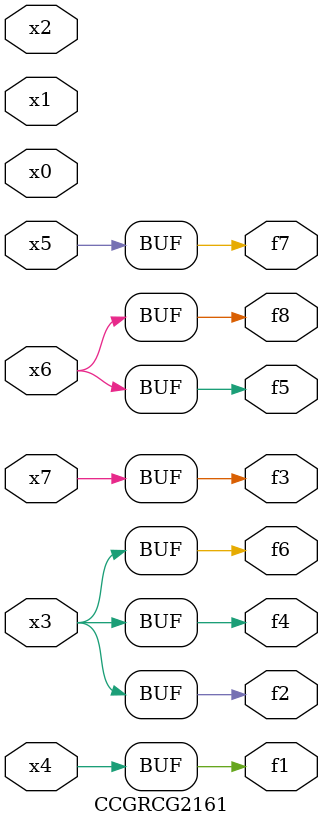
<source format=v>
module CCGRCG2161(
	input x0, x1, x2, x3, x4, x5, x6, x7,
	output f1, f2, f3, f4, f5, f6, f7, f8
);
	assign f1 = x4;
	assign f2 = x3;
	assign f3 = x7;
	assign f4 = x3;
	assign f5 = x6;
	assign f6 = x3;
	assign f7 = x5;
	assign f8 = x6;
endmodule

</source>
